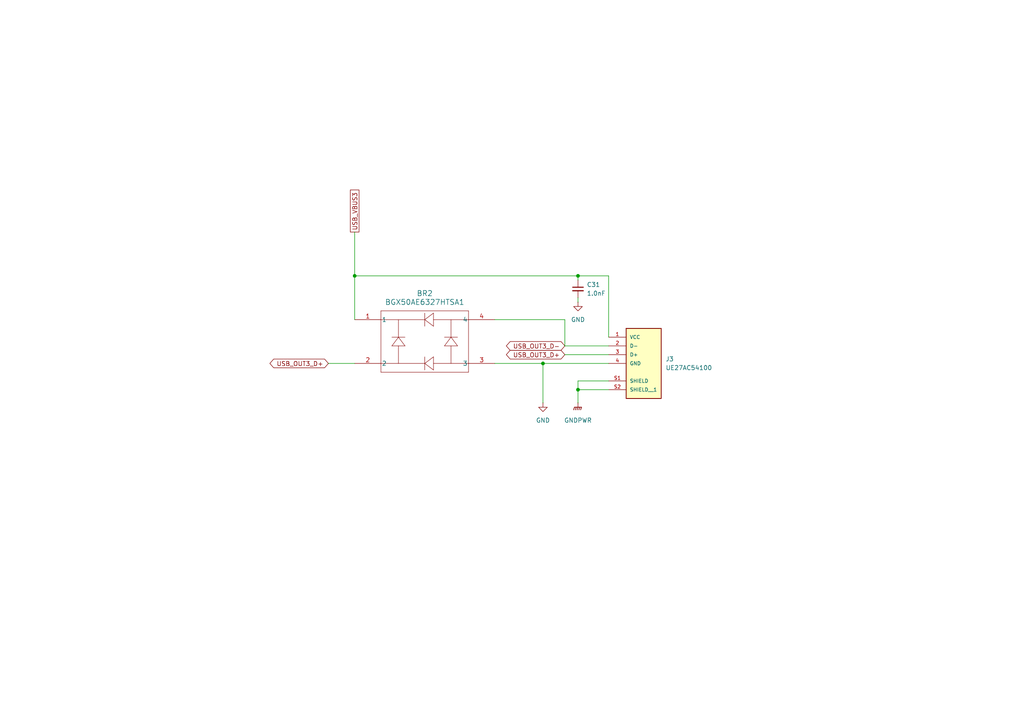
<source format=kicad_sch>
(kicad_sch
	(version 20250114)
	(generator "eeschema")
	(generator_version "9.0")
	(uuid "b8f91edc-e09a-499c-b591-aba9005e0180")
	(paper "A4")
	(title_block
		(title "Mechanical Keyboard")
		(date "2025-11-03")
		(rev "A")
	)
	(lib_symbols
		(symbol "BGX50AE6327HTSA1:BGX50AE6327HTSA1"
			(pin_names
				(offset 0.254)
			)
			(exclude_from_sim no)
			(in_bom yes)
			(on_board yes)
			(property "Reference" "BR"
				(at 20.32 7.62 0)
				(effects
					(font
						(size 1.524 1.524)
					)
				)
			)
			(property "Value" "BGX50AE6327HTSA1"
				(at 20.32 5.08 0)
				(effects
					(font
						(size 1.524 1.524)
					)
				)
			)
			(property "Footprint" "SOT143_2p9x1p3-1p9_INF"
				(at 0 0 0)
				(effects
					(font
						(size 1.27 1.27)
						(italic yes)
					)
					(hide yes)
				)
			)
			(property "Datasheet" "https://www.infineon.com/dgdl/Infineon-BGX50ASERIES-DS-v01_01-en.pdf?fileId=db3a30431400ef6801141cc423c404e9"
				(at 0 0 0)
				(effects
					(font
						(size 1.27 1.27)
						(italic yes)
					)
					(hide yes)
				)
			)
			(property "Description" ""
				(at 0 0 0)
				(effects
					(font
						(size 1.27 1.27)
					)
					(hide yes)
				)
			)
			(property "ki_locked" ""
				(at 0 0 0)
				(effects
					(font
						(size 1.27 1.27)
					)
				)
			)
			(property "ki_keywords" "BGX50AE6327HTSA1"
				(at 0 0 0)
				(effects
					(font
						(size 1.27 1.27)
					)
					(hide yes)
				)
			)
			(property "ki_fp_filters" "SOT143_2p9x1p3-1p9_INF SOT143_2p9x1p3-1p9_INF-M SOT143_2p9x1p3-1p9_INF-L"
				(at 0 0 0)
				(effects
					(font
						(size 1.27 1.27)
					)
					(hide yes)
				)
			)
			(symbol "BGX50AE6327HTSA1_0_1"
				(polyline
					(pts
						(xy 7.62 2.54) (xy 7.62 -15.24)
					)
					(stroke
						(width 0.127)
						(type default)
					)
					(fill
						(type none)
					)
				)
				(polyline
					(pts
						(xy 7.62 0) (xy 20.32 0)
					)
					(stroke
						(width 0.127)
						(type default)
					)
					(fill
						(type none)
					)
				)
				(polyline
					(pts
						(xy 7.62 -12.7) (xy 20.32 -12.7)
					)
					(stroke
						(width 0.127)
						(type default)
					)
					(fill
						(type none)
					)
				)
				(polyline
					(pts
						(xy 7.62 -15.24) (xy 33.02 -15.24)
					)
					(stroke
						(width 0.127)
						(type default)
					)
					(fill
						(type none)
					)
				)
				(polyline
					(pts
						(xy 10.795 -7.62) (xy 12.7 -5.08)
					)
					(stroke
						(width 0.127)
						(type default)
					)
					(fill
						(type none)
					)
				)
				(polyline
					(pts
						(xy 12.7 0) (xy 12.7 -5.08)
					)
					(stroke
						(width 0.127)
						(type default)
					)
					(fill
						(type none)
					)
				)
				(polyline
					(pts
						(xy 12.7 -7.62) (xy 12.7 -12.7)
					)
					(stroke
						(width 0.127)
						(type default)
					)
					(fill
						(type none)
					)
				)
				(polyline
					(pts
						(xy 14.605 -5.08) (xy 10.795 -5.08)
					)
					(stroke
						(width 0.127)
						(type default)
					)
					(fill
						(type none)
					)
				)
				(polyline
					(pts
						(xy 14.605 -7.62) (xy 10.795 -7.62)
					)
					(stroke
						(width 0.127)
						(type default)
					)
					(fill
						(type none)
					)
				)
				(polyline
					(pts
						(xy 14.605 -7.62) (xy 12.7 -5.08)
					)
					(stroke
						(width 0.127)
						(type default)
					)
					(fill
						(type none)
					)
				)
				(polyline
					(pts
						(xy 20.32 1.905) (xy 20.32 -1.905)
					)
					(stroke
						(width 0.127)
						(type default)
					)
					(fill
						(type none)
					)
				)
				(polyline
					(pts
						(xy 20.32 -10.795) (xy 20.32 -14.605)
					)
					(stroke
						(width 0.127)
						(type default)
					)
					(fill
						(type none)
					)
				)
				(polyline
					(pts
						(xy 22.86 1.905) (xy 20.32 0)
					)
					(stroke
						(width 0.127)
						(type default)
					)
					(fill
						(type none)
					)
				)
				(polyline
					(pts
						(xy 22.86 1.905) (xy 22.86 -1.905)
					)
					(stroke
						(width 0.127)
						(type default)
					)
					(fill
						(type none)
					)
				)
				(polyline
					(pts
						(xy 22.86 0) (xy 33.02 0)
					)
					(stroke
						(width 0.127)
						(type default)
					)
					(fill
						(type none)
					)
				)
				(polyline
					(pts
						(xy 22.86 -1.905) (xy 20.32 0)
					)
					(stroke
						(width 0.127)
						(type default)
					)
					(fill
						(type none)
					)
				)
				(polyline
					(pts
						(xy 22.86 -10.795) (xy 20.32 -12.7)
					)
					(stroke
						(width 0.127)
						(type default)
					)
					(fill
						(type none)
					)
				)
				(polyline
					(pts
						(xy 22.86 -10.795) (xy 22.86 -14.605)
					)
					(stroke
						(width 0.127)
						(type default)
					)
					(fill
						(type none)
					)
				)
				(polyline
					(pts
						(xy 22.86 -12.7) (xy 33.02 -12.7)
					)
					(stroke
						(width 0.127)
						(type default)
					)
					(fill
						(type none)
					)
				)
				(polyline
					(pts
						(xy 22.86 -14.605) (xy 20.32 -12.7)
					)
					(stroke
						(width 0.127)
						(type default)
					)
					(fill
						(type none)
					)
				)
				(polyline
					(pts
						(xy 26.035 -7.62) (xy 27.94 -5.08)
					)
					(stroke
						(width 0.127)
						(type default)
					)
					(fill
						(type none)
					)
				)
				(polyline
					(pts
						(xy 27.94 0) (xy 27.94 -5.08)
					)
					(stroke
						(width 0.127)
						(type default)
					)
					(fill
						(type none)
					)
				)
				(polyline
					(pts
						(xy 27.94 -7.62) (xy 27.94 -12.7)
					)
					(stroke
						(width 0.127)
						(type default)
					)
					(fill
						(type none)
					)
				)
				(polyline
					(pts
						(xy 29.845 -5.08) (xy 26.035 -5.08)
					)
					(stroke
						(width 0.127)
						(type default)
					)
					(fill
						(type none)
					)
				)
				(polyline
					(pts
						(xy 29.845 -7.62) (xy 26.035 -7.62)
					)
					(stroke
						(width 0.127)
						(type default)
					)
					(fill
						(type none)
					)
				)
				(polyline
					(pts
						(xy 29.845 -7.62) (xy 27.94 -5.08)
					)
					(stroke
						(width 0.127)
						(type default)
					)
					(fill
						(type none)
					)
				)
				(polyline
					(pts
						(xy 33.02 2.54) (xy 7.62 2.54)
					)
					(stroke
						(width 0.127)
						(type default)
					)
					(fill
						(type none)
					)
				)
				(polyline
					(pts
						(xy 33.02 -15.24) (xy 33.02 2.54)
					)
					(stroke
						(width 0.127)
						(type default)
					)
					(fill
						(type none)
					)
				)
				(pin unspecified line
					(at 0 0 0)
					(length 7.62)
					(name "1"
						(effects
							(font
								(size 1.27 1.27)
							)
						)
					)
					(number "1"
						(effects
							(font
								(size 1.27 1.27)
							)
						)
					)
				)
				(pin unspecified line
					(at 0 -12.7 0)
					(length 7.62)
					(name "2"
						(effects
							(font
								(size 1.27 1.27)
							)
						)
					)
					(number "2"
						(effects
							(font
								(size 1.27 1.27)
							)
						)
					)
				)
				(pin unspecified line
					(at 40.64 0 180)
					(length 7.62)
					(name "4"
						(effects
							(font
								(size 1.27 1.27)
							)
						)
					)
					(number "4"
						(effects
							(font
								(size 1.27 1.27)
							)
						)
					)
				)
				(pin unspecified line
					(at 40.64 -12.7 180)
					(length 7.62)
					(name "3"
						(effects
							(font
								(size 1.27 1.27)
							)
						)
					)
					(number "3"
						(effects
							(font
								(size 1.27 1.27)
							)
						)
					)
				)
			)
			(embedded_fonts no)
		)
		(symbol "Device:C_Small"
			(pin_numbers
				(hide yes)
			)
			(pin_names
				(offset 0.254)
				(hide yes)
			)
			(exclude_from_sim no)
			(in_bom yes)
			(on_board yes)
			(property "Reference" "C"
				(at 0.254 1.778 0)
				(effects
					(font
						(size 1.27 1.27)
					)
					(justify left)
				)
			)
			(property "Value" "C_Small"
				(at 0.254 -2.032 0)
				(effects
					(font
						(size 1.27 1.27)
					)
					(justify left)
				)
			)
			(property "Footprint" ""
				(at 0 0 0)
				(effects
					(font
						(size 1.27 1.27)
					)
					(hide yes)
				)
			)
			(property "Datasheet" "~"
				(at 0 0 0)
				(effects
					(font
						(size 1.27 1.27)
					)
					(hide yes)
				)
			)
			(property "Description" "Unpolarized capacitor, small symbol"
				(at 0 0 0)
				(effects
					(font
						(size 1.27 1.27)
					)
					(hide yes)
				)
			)
			(property "ki_keywords" "capacitor cap"
				(at 0 0 0)
				(effects
					(font
						(size 1.27 1.27)
					)
					(hide yes)
				)
			)
			(property "ki_fp_filters" "C_*"
				(at 0 0 0)
				(effects
					(font
						(size 1.27 1.27)
					)
					(hide yes)
				)
			)
			(symbol "C_Small_0_1"
				(polyline
					(pts
						(xy -1.524 0.508) (xy 1.524 0.508)
					)
					(stroke
						(width 0.3048)
						(type default)
					)
					(fill
						(type none)
					)
				)
				(polyline
					(pts
						(xy -1.524 -0.508) (xy 1.524 -0.508)
					)
					(stroke
						(width 0.3302)
						(type default)
					)
					(fill
						(type none)
					)
				)
			)
			(symbol "C_Small_1_1"
				(pin passive line
					(at 0 2.54 270)
					(length 2.032)
					(name "~"
						(effects
							(font
								(size 1.27 1.27)
							)
						)
					)
					(number "1"
						(effects
							(font
								(size 1.27 1.27)
							)
						)
					)
				)
				(pin passive line
					(at 0 -2.54 90)
					(length 2.032)
					(name "~"
						(effects
							(font
								(size 1.27 1.27)
							)
						)
					)
					(number "2"
						(effects
							(font
								(size 1.27 1.27)
							)
						)
					)
				)
			)
			(embedded_fonts no)
		)
		(symbol "UE27AC54100:UE27AC54100"
			(pin_names
				(offset 1.016)
			)
			(exclude_from_sim no)
			(in_bom yes)
			(on_board yes)
			(property "Reference" "J"
				(at -5.08 8.89 0)
				(effects
					(font
						(size 1.27 1.27)
					)
					(justify left bottom)
				)
			)
			(property "Value" "UE27AC54100"
				(at -5.08 -15.24 0)
				(effects
					(font
						(size 1.27 1.27)
					)
					(justify left bottom)
				)
			)
			(property "Footprint" "UE27AC54100:AMPHENOL_UE27AC54100"
				(at 0 0 0)
				(effects
					(font
						(size 1.27 1.27)
					)
					(justify bottom)
					(hide yes)
				)
			)
			(property "Datasheet" ""
				(at 0 0 0)
				(effects
					(font
						(size 1.27 1.27)
					)
					(hide yes)
				)
			)
			(property "Description" ""
				(at 0 0 0)
				(effects
					(font
						(size 1.27 1.27)
					)
					(hide yes)
				)
			)
			(property "PARTREV" "E"
				(at 0 0 0)
				(effects
					(font
						(size 1.27 1.27)
					)
					(justify bottom)
					(hide yes)
				)
			)
			(property "STANDARD" "Manufacturer Recommendations"
				(at 0 0 0)
				(effects
					(font
						(size 1.27 1.27)
					)
					(justify bottom)
					(hide yes)
				)
			)
			(property "MAXIMUM_PACKAGE_HEIGHT" "7.12mm"
				(at 0 0 0)
				(effects
					(font
						(size 1.27 1.27)
					)
					(justify bottom)
					(hide yes)
				)
			)
			(property "MANUFACTURER" "Amphenol"
				(at 0 0 0)
				(effects
					(font
						(size 1.27 1.27)
					)
					(justify bottom)
					(hide yes)
				)
			)
			(symbol "UE27AC54100_0_0"
				(rectangle
					(start -5.08 -12.7)
					(end 5.08 7.62)
					(stroke
						(width 0.254)
						(type default)
					)
					(fill
						(type background)
					)
				)
				(pin power_in line
					(at -10.16 5.08 0)
					(length 5.08)
					(name "VCC"
						(effects
							(font
								(size 1.016 1.016)
							)
						)
					)
					(number "1"
						(effects
							(font
								(size 1.016 1.016)
							)
						)
					)
				)
				(pin bidirectional line
					(at -10.16 2.54 0)
					(length 5.08)
					(name "D-"
						(effects
							(font
								(size 1.016 1.016)
							)
						)
					)
					(number "2"
						(effects
							(font
								(size 1.016 1.016)
							)
						)
					)
				)
				(pin bidirectional line
					(at -10.16 0 0)
					(length 5.08)
					(name "D+"
						(effects
							(font
								(size 1.016 1.016)
							)
						)
					)
					(number "3"
						(effects
							(font
								(size 1.016 1.016)
							)
						)
					)
				)
				(pin power_in line
					(at -10.16 -2.54 0)
					(length 5.08)
					(name "GND"
						(effects
							(font
								(size 1.016 1.016)
							)
						)
					)
					(number "4"
						(effects
							(font
								(size 1.016 1.016)
							)
						)
					)
				)
				(pin passive line
					(at -10.16 -7.62 0)
					(length 5.08)
					(name "SHIELD"
						(effects
							(font
								(size 1.016 1.016)
							)
						)
					)
					(number "S1"
						(effects
							(font
								(size 1.016 1.016)
							)
						)
					)
				)
				(pin passive line
					(at -10.16 -10.16 0)
					(length 5.08)
					(name "SHIELD__1"
						(effects
							(font
								(size 1.016 1.016)
							)
						)
					)
					(number "S2"
						(effects
							(font
								(size 1.016 1.016)
							)
						)
					)
				)
			)
			(embedded_fonts no)
		)
		(symbol "power:GND"
			(power)
			(pin_numbers
				(hide yes)
			)
			(pin_names
				(offset 0)
				(hide yes)
			)
			(exclude_from_sim no)
			(in_bom yes)
			(on_board yes)
			(property "Reference" "#PWR"
				(at 0 -6.35 0)
				(effects
					(font
						(size 1.27 1.27)
					)
					(hide yes)
				)
			)
			(property "Value" "GND"
				(at 0 -3.81 0)
				(effects
					(font
						(size 1.27 1.27)
					)
				)
			)
			(property "Footprint" ""
				(at 0 0 0)
				(effects
					(font
						(size 1.27 1.27)
					)
					(hide yes)
				)
			)
			(property "Datasheet" ""
				(at 0 0 0)
				(effects
					(font
						(size 1.27 1.27)
					)
					(hide yes)
				)
			)
			(property "Description" "Power symbol creates a global label with name \"GND\" , ground"
				(at 0 0 0)
				(effects
					(font
						(size 1.27 1.27)
					)
					(hide yes)
				)
			)
			(property "ki_keywords" "global power"
				(at 0 0 0)
				(effects
					(font
						(size 1.27 1.27)
					)
					(hide yes)
				)
			)
			(symbol "GND_0_1"
				(polyline
					(pts
						(xy 0 0) (xy 0 -1.27) (xy 1.27 -1.27) (xy 0 -2.54) (xy -1.27 -1.27) (xy 0 -1.27)
					)
					(stroke
						(width 0)
						(type default)
					)
					(fill
						(type none)
					)
				)
			)
			(symbol "GND_1_1"
				(pin power_in line
					(at 0 0 270)
					(length 0)
					(name "~"
						(effects
							(font
								(size 1.27 1.27)
							)
						)
					)
					(number "1"
						(effects
							(font
								(size 1.27 1.27)
							)
						)
					)
				)
			)
			(embedded_fonts no)
		)
		(symbol "power:GNDPWR"
			(power)
			(pin_numbers
				(hide yes)
			)
			(pin_names
				(offset 0)
				(hide yes)
			)
			(exclude_from_sim no)
			(in_bom yes)
			(on_board yes)
			(property "Reference" "#PWR"
				(at 0 -5.08 0)
				(effects
					(font
						(size 1.27 1.27)
					)
					(hide yes)
				)
			)
			(property "Value" "GNDPWR"
				(at 0 -3.302 0)
				(effects
					(font
						(size 1.27 1.27)
					)
				)
			)
			(property "Footprint" ""
				(at 0 -1.27 0)
				(effects
					(font
						(size 1.27 1.27)
					)
					(hide yes)
				)
			)
			(property "Datasheet" ""
				(at 0 -1.27 0)
				(effects
					(font
						(size 1.27 1.27)
					)
					(hide yes)
				)
			)
			(property "Description" "Power symbol creates a global label with name \"GNDPWR\" , global ground"
				(at 0 0 0)
				(effects
					(font
						(size 1.27 1.27)
					)
					(hide yes)
				)
			)
			(property "ki_keywords" "global ground"
				(at 0 0 0)
				(effects
					(font
						(size 1.27 1.27)
					)
					(hide yes)
				)
			)
			(symbol "GNDPWR_0_1"
				(polyline
					(pts
						(xy -1.016 -1.27) (xy -1.27 -2.032) (xy -1.27 -2.032)
					)
					(stroke
						(width 0.2032)
						(type default)
					)
					(fill
						(type none)
					)
				)
				(polyline
					(pts
						(xy -0.508 -1.27) (xy -0.762 -2.032) (xy -0.762 -2.032)
					)
					(stroke
						(width 0.2032)
						(type default)
					)
					(fill
						(type none)
					)
				)
				(polyline
					(pts
						(xy 0 -1.27) (xy 0 0)
					)
					(stroke
						(width 0)
						(type default)
					)
					(fill
						(type none)
					)
				)
				(polyline
					(pts
						(xy 0 -1.27) (xy -0.254 -2.032) (xy -0.254 -2.032)
					)
					(stroke
						(width 0.2032)
						(type default)
					)
					(fill
						(type none)
					)
				)
				(polyline
					(pts
						(xy 0.508 -1.27) (xy 0.254 -2.032) (xy 0.254 -2.032)
					)
					(stroke
						(width 0.2032)
						(type default)
					)
					(fill
						(type none)
					)
				)
				(polyline
					(pts
						(xy 1.016 -1.27) (xy -1.016 -1.27) (xy -1.016 -1.27)
					)
					(stroke
						(width 0.2032)
						(type default)
					)
					(fill
						(type none)
					)
				)
				(polyline
					(pts
						(xy 1.016 -1.27) (xy 0.762 -2.032) (xy 0.762 -2.032) (xy 0.762 -2.032)
					)
					(stroke
						(width 0.2032)
						(type default)
					)
					(fill
						(type none)
					)
				)
			)
			(symbol "GNDPWR_1_1"
				(pin power_in line
					(at 0 0 270)
					(length 0)
					(name "~"
						(effects
							(font
								(size 1.27 1.27)
							)
						)
					)
					(number "1"
						(effects
							(font
								(size 1.27 1.27)
							)
						)
					)
				)
			)
			(embedded_fonts no)
		)
	)
	(junction
		(at 157.48 105.41)
		(diameter 0)
		(color 0 0 0 0)
		(uuid "1aa418c8-f49c-479f-bf1e-6fc0360dcb26")
	)
	(junction
		(at 167.64 113.03)
		(diameter 0)
		(color 0 0 0 0)
		(uuid "35f70245-e0fa-41d4-afed-830cff8173e0")
	)
	(junction
		(at 102.87 80.01)
		(diameter 0)
		(color 0 0 0 0)
		(uuid "5a9391b9-8ffd-4ea0-af7b-d2515b43f947")
	)
	(junction
		(at 167.64 80.01)
		(diameter 0)
		(color 0 0 0 0)
		(uuid "86e30fec-518b-468f-9993-d769b1d5be5b")
	)
	(wire
		(pts
			(xy 102.87 67.31) (xy 102.87 80.01)
		)
		(stroke
			(width 0)
			(type default)
		)
		(uuid "16384444-fa68-4ee9-96e9-e2aa5e151a7f")
	)
	(wire
		(pts
			(xy 167.64 113.03) (xy 167.64 116.84)
		)
		(stroke
			(width 0)
			(type default)
		)
		(uuid "19ceaa1d-f19c-48e7-832a-9b38d30dab3d")
	)
	(wire
		(pts
			(xy 143.51 105.41) (xy 157.48 105.41)
		)
		(stroke
			(width 0)
			(type default)
		)
		(uuid "1eca0ff0-36bd-4698-ade1-32d49616e52d")
	)
	(wire
		(pts
			(xy 102.87 80.01) (xy 167.64 80.01)
		)
		(stroke
			(width 0)
			(type default)
		)
		(uuid "29838783-0abe-4f0f-a98d-3a3767f7bc0a")
	)
	(wire
		(pts
			(xy 95.25 105.41) (xy 102.87 105.41)
		)
		(stroke
			(width 0)
			(type default)
		)
		(uuid "3cd6a528-a75b-48bc-9a1a-72d1eb6b8d34")
	)
	(wire
		(pts
			(xy 176.53 105.41) (xy 157.48 105.41)
		)
		(stroke
			(width 0)
			(type default)
		)
		(uuid "3efe34eb-09a8-4524-9284-1b100ae349b8")
	)
	(wire
		(pts
			(xy 176.53 80.01) (xy 167.64 80.01)
		)
		(stroke
			(width 0)
			(type default)
		)
		(uuid "520b3c13-4d51-49f2-ad73-4dd923be9d64")
	)
	(wire
		(pts
			(xy 176.53 97.79) (xy 176.53 80.01)
		)
		(stroke
			(width 0)
			(type default)
		)
		(uuid "52e436c7-da60-4ff3-9037-6c1718b37b4e")
	)
	(wire
		(pts
			(xy 157.48 105.41) (xy 157.48 116.84)
		)
		(stroke
			(width 0)
			(type default)
		)
		(uuid "5695f492-1b83-40b5-a586-aca5e8c8f41c")
	)
	(wire
		(pts
			(xy 167.64 110.49) (xy 167.64 113.03)
		)
		(stroke
			(width 0)
			(type default)
		)
		(uuid "869d4d29-fac4-4806-8b2f-804a3d9be00f")
	)
	(wire
		(pts
			(xy 163.83 100.33) (xy 176.53 100.33)
		)
		(stroke
			(width 0)
			(type default)
		)
		(uuid "a70cc60b-0041-4156-88f8-242904c1a5e0")
	)
	(wire
		(pts
			(xy 167.64 80.01) (xy 167.64 81.28)
		)
		(stroke
			(width 0)
			(type default)
		)
		(uuid "a7479f36-fbca-48c1-aaea-c95ae0051714")
	)
	(wire
		(pts
			(xy 163.83 102.87) (xy 176.53 102.87)
		)
		(stroke
			(width 0)
			(type default)
		)
		(uuid "bbf3292e-347d-480f-86a8-b696a965faf0")
	)
	(wire
		(pts
			(xy 167.64 113.03) (xy 176.53 113.03)
		)
		(stroke
			(width 0)
			(type default)
		)
		(uuid "beb64c36-9031-4698-b915-74e2d95298bd")
	)
	(wire
		(pts
			(xy 143.51 92.71) (xy 163.83 92.71)
		)
		(stroke
			(width 0)
			(type default)
		)
		(uuid "c1d00fdb-0f3e-4078-bb05-ebde71f00cb4")
	)
	(wire
		(pts
			(xy 176.53 110.49) (xy 167.64 110.49)
		)
		(stroke
			(width 0)
			(type default)
		)
		(uuid "cc3fe524-9a40-452e-a913-590aa201b57e")
	)
	(wire
		(pts
			(xy 167.64 86.36) (xy 167.64 87.63)
		)
		(stroke
			(width 0)
			(type default)
		)
		(uuid "cea2ab9a-bcbc-4b3b-9d3c-326a8d797b01")
	)
	(wire
		(pts
			(xy 102.87 80.01) (xy 102.87 92.71)
		)
		(stroke
			(width 0)
			(type default)
		)
		(uuid "e0b5c021-a57a-4130-bb69-5e6ee8623dcd")
	)
	(wire
		(pts
			(xy 163.83 92.71) (xy 163.83 100.33)
		)
		(stroke
			(width 0)
			(type default)
		)
		(uuid "fdf82f3c-8627-4b7c-a560-722038698040")
	)
	(global_label "USB_OUT3_D+"
		(shape bidirectional)
		(at 95.25 105.41 180)
		(fields_autoplaced yes)
		(effects
			(font
				(size 1.27 1.27)
			)
			(justify right)
		)
		(uuid "4208fb16-c7aa-4dc4-9c07-776491829a50")
		(property "Intersheetrefs" "${INTERSHEET_REFS}"
			(at 77.7278 105.41 0)
			(effects
				(font
					(size 1.27 1.27)
				)
				(justify right)
			)
		)
	)
	(global_label "USB_OUT3_D-"
		(shape bidirectional)
		(at 163.83 100.33 180)
		(fields_autoplaced yes)
		(effects
			(font
				(size 1.27 1.27)
			)
			(justify right)
		)
		(uuid "aa71b67a-0260-4082-b89f-fa47aa63311e")
		(property "Intersheetrefs" "${INTERSHEET_REFS}"
			(at 146.3078 100.33 0)
			(effects
				(font
					(size 1.27 1.27)
				)
				(justify right)
			)
		)
	)
	(global_label "USB_OUT3_D+"
		(shape bidirectional)
		(at 163.83 102.87 180)
		(fields_autoplaced yes)
		(effects
			(font
				(size 1.27 1.27)
			)
			(justify right)
		)
		(uuid "c4993cd1-9f1d-4169-ad54-04ff0d2e5249")
		(property "Intersheetrefs" "${INTERSHEET_REFS}"
			(at 146.3078 102.87 0)
			(effects
				(font
					(size 1.27 1.27)
				)
				(justify right)
			)
		)
	)
	(global_label "USB_VBUS3"
		(shape passive)
		(at 102.87 67.31 90)
		(fields_autoplaced yes)
		(effects
			(font
				(size 1.27 1.27)
			)
			(justify left)
		)
		(uuid "c50f5461-a432-4d2b-859d-e233d4237343")
		(property "Intersheetrefs" "${INTERSHEET_REFS}"
			(at 102.87 54.5504 90)
			(effects
				(font
					(size 1.27 1.27)
				)
				(justify left)
			)
		)
	)
	(symbol
		(lib_id "UE27AC54100:UE27AC54100")
		(at 186.69 102.87 0)
		(unit 1)
		(exclude_from_sim no)
		(in_bom yes)
		(on_board yes)
		(dnp no)
		(fields_autoplaced yes)
		(uuid "19e14106-9853-45a7-9716-bf076a69665a")
		(property "Reference" "J3"
			(at 193.04 104.1399 0)
			(effects
				(font
					(size 1.27 1.27)
				)
				(justify left)
			)
		)
		(property "Value" "UE27AC54100"
			(at 193.04 106.6799 0)
			(effects
				(font
					(size 1.27 1.27)
				)
				(justify left)
			)
		)
		(property "Footprint" "UE27AC54100:AMPHENOL_UE27AC54100"
			(at 186.69 102.87 0)
			(effects
				(font
					(size 1.27 1.27)
				)
				(justify bottom)
				(hide yes)
			)
		)
		(property "Datasheet" ""
			(at 186.69 102.87 0)
			(effects
				(font
					(size 1.27 1.27)
				)
				(hide yes)
			)
		)
		(property "Description" ""
			(at 186.69 102.87 0)
			(effects
				(font
					(size 1.27 1.27)
				)
				(hide yes)
			)
		)
		(property "PARTREV" "E"
			(at 186.69 102.87 0)
			(effects
				(font
					(size 1.27 1.27)
				)
				(justify bottom)
				(hide yes)
			)
		)
		(property "STANDARD" "Manufacturer Recommendations"
			(at 186.69 102.87 0)
			(effects
				(font
					(size 1.27 1.27)
				)
				(justify bottom)
				(hide yes)
			)
		)
		(property "MAXIMUM_PACKAGE_HEIGHT" "7.12mm"
			(at 186.69 102.87 0)
			(effects
				(font
					(size 1.27 1.27)
				)
				(justify bottom)
				(hide yes)
			)
		)
		(property "MANUFACTURER" "Amphenol"
			(at 186.69 102.87 0)
			(effects
				(font
					(size 1.27 1.27)
				)
				(justify bottom)
				(hide yes)
			)
		)
		(pin "S2"
			(uuid "b13f9ac7-1958-45d3-913c-8e9994963180")
		)
		(pin "S1"
			(uuid "735eb44c-ae4c-40fc-943b-209b7d5c497d")
		)
		(pin "3"
			(uuid "221c74f7-fa78-4002-b822-119d716d0e53")
		)
		(pin "4"
			(uuid "644350f5-9a56-4636-95ba-9416db8a9052")
		)
		(pin "2"
			(uuid "09c5248a-8ba5-454f-8fcc-63ab5566013f")
		)
		(pin "1"
			(uuid "84b863eb-b602-415a-ab27-fc209bcd18d7")
		)
		(instances
			(project ""
				(path "/432eeaeb-5c19-4b62-9914-84847c26b6b8/509d05f6-4fc8-4e49-9e73-648e1060e291"
					(reference "J3")
					(unit 1)
				)
			)
		)
	)
	(symbol
		(lib_id "Device:C_Small")
		(at 167.64 83.82 0)
		(unit 1)
		(exclude_from_sim no)
		(in_bom yes)
		(on_board yes)
		(dnp no)
		(fields_autoplaced yes)
		(uuid "5fd2c6d5-5897-4d73-9d81-7920ca7c5eac")
		(property "Reference" "C31"
			(at 170.18 82.5562 0)
			(effects
				(font
					(size 1.27 1.27)
				)
				(justify left)
			)
		)
		(property "Value" "1.0nF"
			(at 170.18 85.0962 0)
			(effects
				(font
					(size 1.27 1.27)
				)
				(justify left)
			)
		)
		(property "Footprint" ""
			(at 167.64 83.82 0)
			(effects
				(font
					(size 1.27 1.27)
				)
				(hide yes)
			)
		)
		(property "Datasheet" "~"
			(at 167.64 83.82 0)
			(effects
				(font
					(size 1.27 1.27)
				)
				(hide yes)
			)
		)
		(property "Description" "Unpolarized capacitor, small symbol"
			(at 167.64 83.82 0)
			(effects
				(font
					(size 1.27 1.27)
				)
				(hide yes)
			)
		)
		(pin "1"
			(uuid "cfc29cf9-8a59-40f6-8812-bc1bbef95f09")
		)
		(pin "2"
			(uuid "ba9a2c90-d9f2-450b-ae55-155c79e6160b")
		)
		(instances
			(project "Main"
				(path "/432eeaeb-5c19-4b62-9914-84847c26b6b8/509d05f6-4fc8-4e49-9e73-648e1060e291"
					(reference "C31")
					(unit 1)
				)
			)
		)
	)
	(symbol
		(lib_id "power:GND")
		(at 167.64 87.63 0)
		(unit 1)
		(exclude_from_sim no)
		(in_bom yes)
		(on_board yes)
		(dnp no)
		(fields_autoplaced yes)
		(uuid "6029d336-8cf5-4677-bc3b-e1036267a8f7")
		(property "Reference" "#PWR037"
			(at 167.64 93.98 0)
			(effects
				(font
					(size 1.27 1.27)
				)
				(hide yes)
			)
		)
		(property "Value" "GND"
			(at 167.64 92.71 0)
			(effects
				(font
					(size 1.27 1.27)
				)
			)
		)
		(property "Footprint" ""
			(at 167.64 87.63 0)
			(effects
				(font
					(size 1.27 1.27)
				)
				(hide yes)
			)
		)
		(property "Datasheet" ""
			(at 167.64 87.63 0)
			(effects
				(font
					(size 1.27 1.27)
				)
				(hide yes)
			)
		)
		(property "Description" "Power symbol creates a global label with name \"GND\" , ground"
			(at 167.64 87.63 0)
			(effects
				(font
					(size 1.27 1.27)
				)
				(hide yes)
			)
		)
		(pin "1"
			(uuid "364bf60c-578d-4c64-9a74-a2f71bd56b3e")
		)
		(instances
			(project "Main"
				(path "/432eeaeb-5c19-4b62-9914-84847c26b6b8/509d05f6-4fc8-4e49-9e73-648e1060e291"
					(reference "#PWR037")
					(unit 1)
				)
			)
		)
	)
	(symbol
		(lib_id "power:GND")
		(at 157.48 116.84 0)
		(unit 1)
		(exclude_from_sim no)
		(in_bom yes)
		(on_board yes)
		(dnp no)
		(fields_autoplaced yes)
		(uuid "62acda64-5218-42a2-8267-9e8fe628e041")
		(property "Reference" "#PWR035"
			(at 157.48 123.19 0)
			(effects
				(font
					(size 1.27 1.27)
				)
				(hide yes)
			)
		)
		(property "Value" "GND"
			(at 157.48 121.92 0)
			(effects
				(font
					(size 1.27 1.27)
				)
			)
		)
		(property "Footprint" ""
			(at 157.48 116.84 0)
			(effects
				(font
					(size 1.27 1.27)
				)
				(hide yes)
			)
		)
		(property "Datasheet" ""
			(at 157.48 116.84 0)
			(effects
				(font
					(size 1.27 1.27)
				)
				(hide yes)
			)
		)
		(property "Description" "Power symbol creates a global label with name \"GND\" , ground"
			(at 157.48 116.84 0)
			(effects
				(font
					(size 1.27 1.27)
				)
				(hide yes)
			)
		)
		(pin "1"
			(uuid "7830fa91-cefc-48f5-956e-07a5b4899e38")
		)
		(instances
			(project "Main"
				(path "/432eeaeb-5c19-4b62-9914-84847c26b6b8/509d05f6-4fc8-4e49-9e73-648e1060e291"
					(reference "#PWR035")
					(unit 1)
				)
			)
		)
	)
	(symbol
		(lib_id "power:GNDPWR")
		(at 167.64 116.84 0)
		(unit 1)
		(exclude_from_sim no)
		(in_bom yes)
		(on_board yes)
		(dnp no)
		(uuid "9bcabb6f-3243-45be-8521-b135c58846ec")
		(property "Reference" "#PWR036"
			(at 167.64 121.92 0)
			(effects
				(font
					(size 1.27 1.27)
				)
				(hide yes)
			)
		)
		(property "Value" "GNDPWR"
			(at 167.64 121.92 0)
			(effects
				(font
					(size 1.27 1.27)
				)
			)
		)
		(property "Footprint" ""
			(at 167.64 118.11 0)
			(effects
				(font
					(size 1.27 1.27)
				)
				(hide yes)
			)
		)
		(property "Datasheet" ""
			(at 167.64 118.11 0)
			(effects
				(font
					(size 1.27 1.27)
				)
				(hide yes)
			)
		)
		(property "Description" "Power symbol creates a global label with name \"GNDPWR\" , global ground"
			(at 167.64 116.84 0)
			(effects
				(font
					(size 1.27 1.27)
				)
				(hide yes)
			)
		)
		(pin "1"
			(uuid "9deb5eaa-ca86-4ade-ac95-5eaae18c4615")
		)
		(instances
			(project "Main"
				(path "/432eeaeb-5c19-4b62-9914-84847c26b6b8/509d05f6-4fc8-4e49-9e73-648e1060e291"
					(reference "#PWR036")
					(unit 1)
				)
			)
		)
	)
	(symbol
		(lib_id "BGX50AE6327HTSA1:BGX50AE6327HTSA1")
		(at 102.87 92.71 0)
		(unit 1)
		(exclude_from_sim no)
		(in_bom yes)
		(on_board yes)
		(dnp no)
		(fields_autoplaced yes)
		(uuid "e35a0ce9-ab2f-4bc6-a248-d71bd4f2de14")
		(property "Reference" "BR2"
			(at 123.19 85.09 0)
			(effects
				(font
					(size 1.524 1.524)
				)
			)
		)
		(property "Value" "BGX50AE6327HTSA1"
			(at 123.19 87.63 0)
			(effects
				(font
					(size 1.524 1.524)
				)
			)
		)
		(property "Footprint" "SOT143_2p9x1p3-1p9_INF"
			(at 102.87 92.71 0)
			(effects
				(font
					(size 1.27 1.27)
					(italic yes)
				)
				(hide yes)
			)
		)
		(property "Datasheet" "https://www.infineon.com/dgdl/Infineon-BGX50ASERIES-DS-v01_01-en.pdf?fileId=db3a30431400ef6801141cc423c404e9"
			(at 102.87 92.71 0)
			(effects
				(font
					(size 1.27 1.27)
					(italic yes)
				)
				(hide yes)
			)
		)
		(property "Description" ""
			(at 102.87 92.71 0)
			(effects
				(font
					(size 1.27 1.27)
				)
				(hide yes)
			)
		)
		(pin "3"
			(uuid "4413f54c-12fb-4af4-bdd7-391e04fbee48")
		)
		(pin "1"
			(uuid "26d87f7d-368f-49d7-9723-4708472a93fc")
		)
		(pin "4"
			(uuid "1e503f12-e3d0-4c67-80be-5ea9a84f481c")
		)
		(pin "2"
			(uuid "ffae3fe8-26f5-4f05-b89e-83a8703af9cb")
		)
		(instances
			(project "Main"
				(path "/432eeaeb-5c19-4b62-9914-84847c26b6b8/509d05f6-4fc8-4e49-9e73-648e1060e291"
					(reference "BR2")
					(unit 1)
				)
			)
		)
	)
)

</source>
